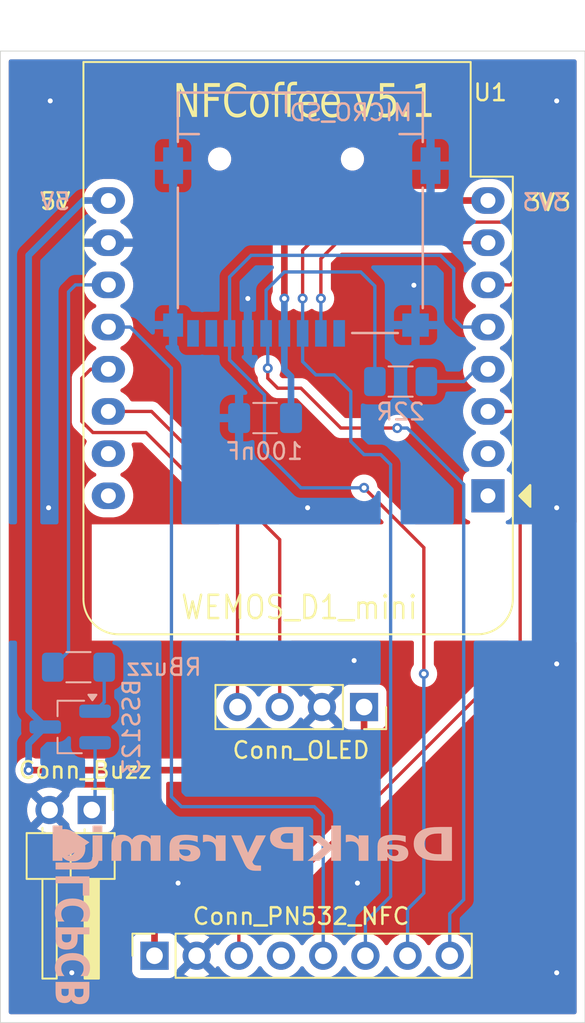
<source format=kicad_pcb>
(kicad_pcb (version 20241229) (generator "pcbnew") (generator_version "9.0")
  (layers (0 "F.Cu" signal) (2 "B.Cu" signal) (13 "F.Paste" user) (15 "B.Paste" user) (5 "F.SilkS" user "F.Silkscreen") (7 "B.SilkS" user "B.Silkscreen") (1 "F.Mask" user) (3 "B.Mask" user) (25 "Edge.Cuts" user))
  (net 0 "")
  (net 1 "GPIO3")
  (net 2 "GPIO2")
  (net 3 "GND")
  (net 4 "GPIO0")
  (net 5 "5V")
  (net 6 "{slash}GPIO1")
  (net 7 "3V3")
  (net 8 "{slash}RST")
  (net 9 "GPIO13")
  (net 10 "GPIO15")
  (net 11 "ADC0")
  (net 12 "GPIO16")
  (net 13 "GPIO14")
  (net 14 "GPIO12")
  (net 15 "GPIO5")
  (net 16 "GPIO4")
  (net 17 "Net-(J1-Pin_1)")
  (net 18 "PN532_IRQ")
  (net 19 "Net-(Q1-G)")
  (net 23 "SCK")
  (footprint "Connector_PinHeader_2.54mm:PinHeader_1x02_P2.54mm_Horizontal" (layer "F.Cu") (at 39 80.2 -90)
    (property "Reference" "J1" (hide yes))
    (property "Value" "Conn_Buzz" (at -2.4 0.4 180) (layer "F.SilkS"))
    (fp_line (start 1.39 3.92) (end 4.15 3.92) (stroke (width 0.12)) (layer "F.SilkS"))
    (fp_line (start 4.15 3.92) (end 4.15 -1.38) (stroke (width 0.12)) (layer "F.SilkS"))
    (fp_line (start 1.077358 2.97) (end 1.39 2.97) (stroke (width 0.12)) (layer "F.SilkS"))
    (fp_line (start 10.15 2.97) (end 4.15 2.97) (stroke (width 0.12)) (layer "F.SilkS"))
    (fp_line (start 1.077358 2.11) (end 1.39 2.11) (stroke (width 0.12)) (layer "F.SilkS"))
    (fp_line (start 4.15 2.11) (end 10.15 2.11) (stroke (width 0.12)) (layer "F.SilkS"))
    (fp_line (start 10.15 2.11) (end 10.15 2.97) (stroke (width 0.12)) (layer "F.SilkS"))
    (fp_line (start 1.39 1.27) (end 4.15 1.27) (stroke (width 0.12)) (layer "F.SilkS"))
    (fp_line (start 1.16 0.43) (end 1.39 0.43) (stroke (width 0.12)) (layer "F.SilkS"))
    (fp_line (start -1.27 0) (end -1.27 -1.27) (stroke (width 0.12)) (layer "F.SilkS"))
    (fp_line (start 1.16 -0.43) (end 1.39 -0.43) (stroke (width 0.12)) (layer "F.SilkS"))
    (fp_line (start -1.27 -1.27) (end 0 -1.27) (stroke (width 0.12)) (layer "F.SilkS"))
    (fp_line (start 1.39 -1.38) (end 1.39 3.92) (stroke (width 0.12)) (layer "F.SilkS"))
    (fp_line (start 4.15 -1.38) (end 1.39 -1.38) (stroke (width 0.12)) (layer "F.SilkS"))
    (fp_rect (start 4.15 -0.43) (end 10.15 0.43) (stroke (width 0.12)) (fill yes) (layer "F.SilkS"))
    (pad "1" thru_hole rect (at 0 0 270) (size 1.7 1.7) (drill 1) (layers "*.Cu" "*.Mask") (net 17 "Net-(J1-Pin_1)"))
    (pad "2" thru_hole circle (at 0 2.54 270) (size 1.7 1.7) (drill 1) (layers "*.Cu" "*.Mask") (net 3 "GND"))
  )
  (footprint "Connector_PinSocket_2.54mm:PinSocket_1x08_P2.54mm_Vertical" (layer "F.Cu") (at 42.78 88.975 90)
    (property "Reference" "J6" (hide yes))
    (property "Value" "Conn_PN532_NFC" (at 2.375 8.82 180) (layer "F.SilkS"))
    (fp_line (start 1.33 -1.33) (end 1.33 0) (stroke (width 0.12)) (layer "F.SilkS"))
    (fp_line (start 0 -1.33) (end 1.33 -1.33) (stroke (width 0.12)) (layer "F.SilkS"))
    (fp_line (start 1.33 1.27) (end 1.33 19.11) (stroke (width 0.12)) (layer "F.SilkS"))
    (fp_line (start -1.33 1.27) (end 1.33 1.27) (stroke (width 0.12)) (layer "F.SilkS"))
    (fp_line (start -1.33 1.27) (end -1.33 19.11) (stroke (width 0.12)) (layer "F.SilkS"))
    (fp_line (start -1.33 19.11) (end 1.33 19.11) (stroke (width 0.12)) (layer "F.SilkS"))
    (pad "1" thru_hole rect (at 0 0 90) (size 1.7 1.7) (drill 1) (layers "*.Cu" "*.Mask") (net 5 "5V"))
    (pad "2" thru_hole circle (at 0 2.54 90) (size 1.7 1.7) (drill 1) (layers "*.Cu" "*.Mask") (net 3 "GND"))
    (pad "3" thru_hole circle (at 0 5.08 90) (size 1.7 1.7) (drill 1) (layers "*.Cu" "*.Mask") (net 12 "GPIO16"))
    (pad "4" thru_hole circle (at 0 7.62 90) (size 1.7 1.7) (drill 1) (layers "*.Cu" "*.Mask") (net 18 "PN532_IRQ"))
    (pad "5" thru_hole circle (at 0 10.16 90) (size 1.7 1.7) (drill 1) (layers "*.Cu" "*.Mask") (net 4 "GPIO0"))
    (pad "6" thru_hole circle (at 0 12.7 90) (size 1.7 1.7) (drill 1) (layers "*.Cu" "*.Mask") (net 9 "GPIO13"))
    (pad "7" thru_hole circle (at 0 15.24 90) (size 1.7 1.7) (drill 1) (layers "*.Cu" "*.Mask") (net 14 "GPIO12"))
    (pad "8" thru_hole circle (at 0 17.78 90) (size 1.7 1.7) (drill 1) (layers "*.Cu" "*.Mask") (net 13 "GPIO14"))
  )
  (footprint "RF_Module:WEMOS_D1_mini_light" (layer "F.Cu") (at 62.86 61.28 180)
    (property "Reference" "U1" (at -0.14 24.28 0) (layer "F.SilkS"))
    (property "Value" "WEMOS_D1_mini" (at 11.36 -6.72 0) (layer "F.SilkS") (effects (font (size 1.4 1.2))))
    (fp_line (start 24.36 26.12) (end 24.36 -6.21) (stroke (width 0.12)) (layer "F.SilkS"))
    (fp_line (start 22.24 -8.34) (end 0.63 -8.34) (stroke (width 0.12)) (layer "F.SilkS"))
    (fp_line (start 1.04 26.12) (end 24.36 26.12) (stroke (width 0.12)) (layer "F.SilkS"))
    (fp_line (start 1.04 19.22) (end 1.04 26.12) (stroke (width 0.12)) (layer "F.SilkS"))
    (fp_line (start -1.5 19.22) (end 1.04 19.22) (stroke (width 0.12)) (layer "F.SilkS"))
    (fp_line (start -1.5 19.22) (end -1.5 -6.21) (stroke (width 0.12)) (layer "F.SilkS"))
    (fp_arc (start 22.23 -8.34) (mid 23.736137 -7.716137) (end 24.36 -6.21) (stroke (width 0.12)) (layer "F.SilkS"))
    (fp_arc (start -1.5 -6.21) (mid -0.876137 -7.716137) (end 0.63 -8.34) (stroke (width 0.12)) (layer "F.SilkS"))
    (fp_poly (pts (xy -2.54 -0.635) (xy -2.54 0.635) (xy -1.905 0)) (stroke (width 0.15)) (fill yes) (layer "F.SilkS"))
    (pad "1" thru_hole rect (at 0 0 180) (size 2 2) (drill 0.9) (layers "*.Cu" "*.Mask") (net 8 "{slash}RST"))
    (pad "2" thru_hole oval (at 0 2.54 180) (size 2 1.6) (drill 0.9) (layers "*.Cu" "*.Mask") (net 11 "ADC0"))
    (pad "3" thru_hole oval (at 0 5.08 180) (size 2 1.6) (drill 0.9) (layers "*.Cu" "*.Mask") (net 12 "GPIO16"))
    (pad "4" thru_hole oval (at 0 7.62 180) (size 2 1.6) (drill 0.9) (layers "*.Cu" "*.Mask") (net 23 "SCK"))
    (pad "5" thru_hole oval (at 0 10.16 180) (size 2 1.6) (drill 0.9) (layers "*.Cu" "*.Mask") (net 14 "GPIO12"))
    (pad "6" thru_hole oval (at 0 12.7 180) (size 2 1.6) (drill 0.9) (layers "*.Cu" "*.Mask") (net 9 "GPIO13"))
    (pad "7" thru_hole oval (at 0 15.24 180) (size 2 1.6) (drill 0.9) (layers "*.Cu" "*.Mask") (net 10 "GPIO15"))
    (pad "8" thru_hole oval (at 0 17.78 180) (size 2 1.6) (drill 0.9) (layers "*.Cu" "*.Mask") (net 7 "3V3"))
    (pad "9" thru_hole oval (at 22.86 17.78 180) (size 2 1.6) (drill 0.9) (layers "*.Cu" "*.Mask") (net 5 "5V"))
    (pad "10" thru_hole oval (at 22.86 15.24 180) (size 2 1.6) (drill 0.9) (layers "*.Cu" "*.Mask") (net 3 "GND"))
    (pad "11" thru_hole oval (at 22.86 12.7 180) (size 2 1.6) (drill 0.9) (layers "*.Cu" "*.Mask") (net 2 "GPIO2"))
    (pad "12" thru_hole oval (at 22.86 10.16 180) (size 2 1.6) (drill 0.9) (layers "*.Cu" "*.Mask") (net 4 "GPIO0"))
    (pad "13" thru_hole oval (at 22.86 7.62 180) (size 2 1.6) (drill 0.9) (layers "*.Cu" "*.Mask") (net 16 "GPIO4"))
    (pad "14" thru_hole oval (at 22.86 5.08 180) (size 2 1.6) (drill 0.9) (layers "*.Cu" "*.Mask") (net 15 "GPIO5"))
    (pad "15" thru_hole oval (at 22.86 2.54 180) (size 2 1.6) (drill 0.9) (layers "*.Cu" "*.Mask") (net 1 "GPIO3"))
    (pad "16" thru_hole oval (at 22.86 0 180) (size 2 1.6) (drill 0.9) (layers "*.Cu" "*.Mask") (net 6 "{slash}GPIO1"))
  )
  (footprint "Connector_PinSocket_2.54mm:PinSocket_1x04_P2.54mm_Vertical" (layer "F.Cu") (at 55.4 74 -90)
    (property "Reference" "J5" (hide yes))
    (property "Value" "Conn_OLED" (at 2.6 3.8 180) (layer "F.SilkS"))
    (fp_line (start -1.33 8.95) (end 1.33 8.95) (stroke (width 0.12)) (layer "F.SilkS"))
    (fp_line (start -1.33 1.27) (end -1.33 8.95) (stroke (width 0.12)) (layer "F.SilkS"))
    (fp_line (start -1.33 1.27) (end 1.33 1.27) (stroke (width 0.12)) (layer "F.SilkS"))
    (fp_line (start 1.33 1.27) (end 1.33 8.95) (stroke (width 0.12)) (layer "F.SilkS"))
    (fp_line (start 0 -1.33) (end 1.33 -1.33) (stroke (width 0.12)) (layer "F.SilkS"))
    (fp_line (start 1.33 -1.33) (end 1.33 0) (stroke (width 0.12)) (layer "F.SilkS"))
    (pad "1" thru_hole rect (at 0 0 270) (size 1.7 1.7) (drill 1) (layers "*.Cu" "*.Mask") (net 5 "5V"))
    (pad "2" thru_hole circle (at 0 2.54 270) (size 1.7 1.7) (drill 1) (layers "*.Cu" "*.Mask") (net 3 "GND"))
    (pad "3" thru_hole circle (at 0 5.08 270) (size 1.7 1.7) (drill 1) (layers "*.Cu" "*.Mask") (net 15 "GPIO5"))
    (pad "4" thru_hole circle (at 0 7.62 270) (size 1.7 1.7) (drill 1) (layers "*.Cu" "*.Mask") (net 16 "GPIO4"))
  )
  (footprint "Resistor_SMD:R_1206_3216Metric_Pad1.30x1.75mm_HandSolder" (layer "B.Cu") (at 38.2 71.6)
    (property "Reference" "RBuzz" (at 5.15 0 0) (layer "B.SilkS") (effects (justify mirror)))
    (property "Value" "R")
    (fp_line (start -0.727064 -0.91) (end 0.727064 -0.91) (stroke (width 0.12)) (layer "B.SilkS"))
    (fp_line (start -0.727064 0.91) (end 0.727064 0.91) (stroke (width 0.12)) (layer "B.SilkS"))
    (pad "1" smd roundrect (at -1.55 0) (size 1.3 1.75) (layers "B.Cu" "B.Mask" "B.Paste") (roundrect_rratio 0.192308) (net 2 "GPIO2"))
    (pad "2" smd roundrect (at 1.55 0) (size 1.3 1.75) (layers "B.Cu" "B.Mask" "B.Paste") (roundrect_rratio 0.192308) (net 19 "Net-(Q1-G)"))
  )
  (footprint "Capacitor_SMD:C_1206_3216Metric_Pad1.33x1.80mm_HandSolder" (layer "B.Cu") (at 49.4375 56.6 180)
    (property "Reference" "C1" (hide yes))
    (property "Value" "100nF" (at 0.0375 -2 0) (layer "B.SilkS") (effects (justify mirror)))
    (fp_line (start -0.711252 0.91) (end 0.711252 0.91) (stroke (width 0.12)) (layer "B.SilkS"))
    (fp_line (start -0.711252 -0.91) (end 0.711252 -0.91) (stroke (width 0.12)) (layer "B.SilkS"))
    (pad "1" smd roundrect (at -1.5625 0 180) (size 1.325 1.8) (layers "B.Cu" "B.Mask" "B.Paste") (roundrect_rratio 0.188679) (net 7 "3V3"))
    (pad "2" smd roundrect (at 1.5625 0 180) (size 1.325 1.8) (layers "B.Cu" "B.Mask" "B.Paste") (roundrect_rratio 0.188679) (net 3 "GND"))
  )
  (footprint "Resistor_SMD:R_1206_3216Metric_Pad1.30x1.75mm_HandSolder" (layer "B.Cu") (at 57.6 54.4 180)
    (property "Reference" "RSCK1" (hide yes))
    (property "Value" "22R" (at 0 -1.82 0) (layer "B.SilkS") (effects (justify mirror)))
    (fp_line (start -0.727064 0.91) (end 0.727064 0.91) (stroke (width 0.12)) (layer "B.SilkS"))
    (fp_line (start -0.727064 -0.91) (end 0.727064 -0.91) (stroke (width 0.12)) (layer "B.SilkS"))
    (pad "1" smd roundrect (at -1.55 0 180) (size 1.3 1.75) (layers "B.Cu" "B.Mask" "B.Paste") (roundrect_rratio 0.192308) (net 23 "SCK"))
    (pad "2" smd roundrect (at 1.55 0 180) (size 1.3 1.75) (layers "B.Cu" "B.Mask" "B.Paste") (roundrect_rratio 0.192308) (net 13 "GPIO14"))
  )
  (footprint "Package_TO_SOT_SMD:SOT-23_Handsoldering" (layer "B.Cu") (at 37.7 75.2 180)
    (property "Reference" "Q1" (hide yes))
    (property "Value" "BSS123" (at -3.7 0 90) (layer "B.SilkS") (effects (justify mirror)))
    (fp_line (start 0.76 1.58) (end 0.76 0.65) (stroke (width 0.12)) (layer "B.SilkS"))
    (fp_line (start 0.76 -1.58) (end 0.76 -0.65) (stroke (width 0.12)) (layer "B.SilkS"))
    (fp_line (start 0.76 -1.58) (end -0.7 -1.58) (stroke (width 0.12)) (layer "B.SilkS"))
    (fp_line (start -0.04 1.58) (end 0.76 1.58) (stroke (width 0.12)) (layer "B.SilkS"))
    (fp_line (start -0.04 1.58) (end -0.84 1.58) (stroke (width 0.12)) (layer "B.SilkS"))
    (fp_poly (pts (xy -1.34 1.61) (xy -1.58 1.94) (xy -1.1 1.94) (xy -1.34 1.61)) (stroke (width 0.12)) (fill yes) (layer "B.SilkS"))
    (pad "1" smd roundrect (at -1.5 0.95 180) (size 1.9 0.8) (layers "B.Cu" "B.Mask" "B.Paste") (net 19 "Net-(Q1-G)"))
    (pad "2" smd roundrect (at -1.5 -0.95 180) (size 1.9 0.8) (layers "B.Cu" "B.Mask" "B.Paste") (net 17 "Net-(J1-Pin_1)"))
    (pad "3" smd roundrect (at 1.5 0 180) (size 1.9 0.8) (layers "B.Cu" "B.Mask" "B.Paste") (net 5 "5V"))
  )
  (footprint "olimex:J_SD_Card-micro_socket_A" (layer "B.Cu") (at 50.684968 44.478145 180)
    (property "Reference" "MICRO_SD" (at -3.915032 6.278145 0) (layer "B.SilkS") (effects (justify mirror)))
    (property "Value" "MICRO_SD(TFC-9P-1.xH(ATFFS150A01BR016))" (hide yes))
    (fp_line (start 6.5 7.478145) (end 6.5 4.978145) (stroke (width 0.15)) (layer "B.SilkS"))
    (fp_line (start 6.5 7.478145) (end 5.484968 7.478145) (stroke (width 0.15)) (layer "B.SilkS"))
    (fp_line (start 6.5 4.989073) (end 6.5 4.510928) (stroke (width 0.15)) (layer "B.SilkS"))
    (fp_line (start 6.5 1.75) (end 6.5 -5.5) (stroke (width 0.15)) (layer "B.SilkS"))
    (fp_line (start 5.484968 7.478145) (end -0.015032 7.478145) (stroke (width 0.15)) (layer "B.SilkS"))
    (fp_line (start 5.234968 4.978145) (end 6.5 4.978145) (stroke (width 0.15)) (layer "B.SilkS"))
    (fp_line (start -0.015032 7.478145) (end -5.515032 7.478145) (stroke (width 0.15)) (layer "B.SilkS"))
    (fp_line (start -0.015032 6.278145) (end -0.015032 7.478145) (stroke (width 0.15)) (layer "B.SilkS"))
    (fp_line (start -5.45 7.478145) (end -8.25 7.478145) (stroke (width 0.15)) (layer "B.SilkS"))
    (fp_line (start -6.75 -7) (end -4 -7) (stroke (width 0.15)) (layer "B.SilkS"))
    (fp_line (start -6.85 4.978145) (end -8.25 4.978145) (stroke (width 0.15)) (layer "B.SilkS"))
    (fp_line (start -8.25 7.478145) (end -8.25 4.978145) (stroke (width 0.15)) (layer "B.SilkS"))
    (fp_line (start -8.25 4.978145) (end -8.25 4.5) (stroke (width 0.15)) (layer "B.SilkS"))
    (fp_line (start -8.25 1.75) (end -8.25 -5.5) (stroke (width 0.15)) (layer "B.SilkS"))
    (pad "" np_thru_hole circle (at -4.015032 3.478145 180) (size 0.9 0.9) (drill 0.9) (layers "*.Cu" "*.Mask"))
    (pad "" np_thru_hole circle (at 3.984968 3.478145 180) (size 0.9 0.9) (drill 0.9) (layers "*.Cu" "*.Mask"))
    (pad "1" smd rect (at -3.215032 -7.021855 180) (size 0.7 1.6) (layers "B.Cu" "B.Mask" "B.Paste"))
    (pad "2" smd rect (at -2.115032 -7.021855 180) (size 0.7 1.6) (layers "B.Cu" "B.Mask" "B.Paste") (net 10 "GPIO15"))
    (pad "3" smd rect (at -1.015032 -7.021855 180) (size 0.7 1.6) (layers "B.Cu" "B.Mask" "B.Paste") (net 9 "GPIO13"))
    (pad "4" smd rect (at 0.084968 -7.021855 180) (size 0.7 1.6) (layers "B.Cu" "B.Mask" "B.Paste") (net 7 "3V3"))
    (pad "5" smd rect (at 1.184968 -7.021855 180) (size 0.7 1.6) (layers "B.Cu" "B.Mask" "B.Paste") (net 13 "GPIO14"))
    (pad "6" smd rect (at 2.284968 -7.021855 180) (size 0.7 1.6) (layers "B.Cu" "B.Mask" "B.Paste") (net 3 "GND"))
    (pad "7" smd rect (at 3.384968 -7.021855 180) (size 0.7 1.6) (layers "B.Cu" "B.Mask" "B.Paste") (net 14 "GPIO12"))
    (pad "8" smd rect (at 4.484968 -7.021855 180) (size 0.7 1.6) (layers "B.Cu" "B.Mask" "B.Paste"))
    (pad "9" smd rect (at 5.584968 -7.021855 180) (size 0.7 1.6) (layers "B.Cu" "B.Mask" "B.Paste"))
    (pad "SH" smd rect (at -8.715032 3.078145 180) (size 1.2 2.2) (layers "B.Cu" "B.Mask" "B.Paste") (net 3 "GND"))
    (pad "SH" smd rect (at -7.815032 -6.521855 180) (size 1.6 1.4) (layers "B.Cu" "B.Mask" "B.Paste") (net 3 "GND"))
    (pad "SH" smd rect (at 6.784968 -6.521855 180) (size 1.2 1.4) (layers "B.Cu" "B.Mask" "B.Paste") (net 3 "GND"))
    (pad "SH" smd rect (at 6.784968 3.078145 180) (size 1.2 2.2) (layers "B.Cu" "B.Mask" "B.Paste") (net 3 "GND"))
  )
  (gr_rect (start 33.5 34.5) (end 68.7 93) (stroke (width 0.05)) (fill no) (layer "Edge.Cuts"))
  (gr_text "NFCoffee v5.1" (at 43.88439 38.806742 0) (layer "F.SilkS") (effects (font (size 2 1.6) (thickness 0.1)) (justify left bottom)))
  (gr_text "5V" (at 35.8 44.134205 0) (layer "F.SilkS") (effects (font (size 1 1)) (justify left bottom)))
  (gr_text "3V3" (at 65 44.2 0) (layer "F.SilkS") (effects (font (size 1 1)) (justify left bottom)))
  (gr_text "5V" (at 37.8 44.14285 0) (layer "B.SilkS") (effects (font (size 1 1)) (justify left bottom mirror)))
  (gr_text "♥JLCPCB" (at 39.2 86.6 90) (layer "B.SilkS") (effects (font (size 2 1.6) (thickness 0.2) (bold yes)) (justify bottom mirror)))
  (gr_text "3V3" (at 67.8 44.193256 0) (layer "B.SilkS") (effects (font (size 1 1)) (justify left bottom mirror)))
  (gr_text "DarkPyramid" (at 61 83.6 0) (layer "B.SilkS") (effects (font (size 2 2.4) (thickness 0.4) (bold yes)) (justify left bottom mirror)))
  (segment (start 37.6 70.65) (end 36.65 71.6) (width 0.2) (layer "B.Cu") (net 2))
  (segment (start 40 48.58) (end 38.02 48.58) (width 0.2) (layer "B.Cu") (net 2))
  (segment (start 37.6 49) (end 37.6 70.65) (width 0.2) (layer "B.Cu") (net 2))
  (segment (start 38.02 48.58) (end 37.6 49) (width 0.2) (layer "B.Cu") (net 2))
  (via (at 67 90) (size 0.6) (drill 0.3) (layers "F.Cu" "B.Cu") (net 3))
  (via (at 67 71.4) (size 0.6) (drill 0.3) (layers "F.Cu" "B.Cu") (net 3))
  (via (at 48.4 49.4) (size 0.6) (drill 0.3) (layers "F.Cu" "B.Cu") (net 3))
  (via (at 54.8 71.2) (size 0.6) (drill 0.3) (layers "F.Cu" "B.Cu") (net 3))
  (via (at 52 62) (size 0.6) (drill 0.3) (layers "F.Cu" "B.Cu") (net 3))
  (via (at 67 37.5) (size 0.6) (drill 0.3) (layers "F.Cu" "B.Cu") (net 3))
  (via (at 67 62) (size 0.6) (drill 0.3) (layers "F.Cu" "B.Cu") (net 3))
  (via (at 36.4 62) (size 0.6) (drill 0.3) (layers "F.Cu" "B.Cu") (net 3))
  (via (at 36.5 37.5) (size 0.6) (drill 0.3) (layers "F.Cu" "B.Cu") (net 3))
  (via (at 44.2 84.6) (size 0.6) (drill 0.3) (layers "F.Cu" "B.Cu") (net 3))
  (via (at 55 84.6) (size 0.6) (drill 0.3) (layers "F.Cu" "B.Cu") (net 3))
  (via (at 37.8 90) (size 0.6) (drill 0.3) (layers "F.Cu" "B.Cu") (net 3))
  (via (at 58.4 48.6) (size 0.6) (drill 0.3) (layers "F.Cu" "B.Cu") (net 3))
  (segment (start 52.4 80) (end 52.94 80.54) (width 0.2) (layer "B.Cu") (net 4))
  (segment (start 43.8 79.4) (end 44.4 80) (width 0.2) (layer "B.Cu") (net 4))
  (segment (start 41.32 51.12) (end 43.8 53.6) (width 0.2) (layer "B.Cu") (net 4))
  (segment (start 44.4 80) (end 52.4 80) (width 0.2) (layer "B.Cu") (net 4))
  (segment (start 52.94 80.54) (end 52.94 88.975) (width 0.2) (layer "B.Cu") (net 4))
  (segment (start 43.8 53.6) (end 43.8 79.4) (width 0.2) (layer "B.Cu") (net 4))
  (segment (start 40 51.12) (end 41.32 51.12) (width 0.2) (layer "B.Cu") (net 4))
  (segment (start 35.2 77.8) (end 42.4 77.8) (width 0.4) (layer "F.Cu") (net 5))
  (segment (start 42.4 77.8) (end 42.78 78.18) (width 0.4) (layer "F.Cu") (net 5))
  (segment (start 42.4 77.8) (end 54 77.8) (width 0.4) (layer "F.Cu") (net 5))
  (segment (start 55.4 76.4) (end 55.4 74) (width 0.4) (layer "F.Cu") (net 5))
  (segment (start 54 77.8) (end 55.4 76.4) (width 0.4) (layer "F.Cu") (net 5))
  (segment (start 42.78 78.18) (end 42.78 88.975) (width 0.4) (layer "F.Cu") (net 5))
  (segment (start 43 88.755) (end 42.78 88.975) (width 0.4) (layer "F.Cu") (net 5))
  (via (at 35.2 77.8) (size 0.6) (drill 0.3) (layers "F.Cu" "B.Cu") (net 5))
  (segment (start 38.5 43.5) (end 35.2 46.8) (width 0.4) (layer "B.Cu") (net 5))
  (segment (start 36.2 75.2) (end 35.2 76.2) (width 0.4) (layer "B.Cu") (net 5))
  (segment (start 35.2 74.2) (end 36.2 75.2) (width 0.4) (layer "B.Cu") (net 5))
  (segment (start 35.2 76.2) (end 35.2 77.8) (width 0.4) (layer "B.Cu") (net 5))
  (segment (start 35.2 46.8) (end 35.2 74.2) (width 0.4) (layer "B.Cu") (net 5))
  (segment (start 40 43.5) (end 38.5 43.5) (width 0.4) (layer "B.Cu") (net 5))
  (segment (start 50.8 45.8) (end 50.6 46) (width 0.4) (layer "F.Cu") (net 7))
  (segment (start 50.6 46) (end 50.6 49.4) (width 0.4) (layer "F.Cu") (net 7))
  (segment (start 53.1 43.5) (end 50.8 45.8) (width 0.4) (layer "F.Cu") (net 7))
  (segment (start 62.86 43.5) (end 53.1 43.5) (width 0.4) (layer "F.Cu") (net 7))
  (via (at 50.6 49.4) (size 0.6) (drill 0.3) (layers "F.Cu" "B.Cu") (net 7))
  (segment (start 51.325 57) (end 51 56.675) (width 0.4) (layer "B.Cu") (net 7))
  (segment (start 51 54.1) (end 50.6 53.7) (width 0.4) (layer "B.Cu") (net 7))
  (segment (start 50.6 53.7) (end 50.6 51.5) (width 0.4) (layer "B.Cu") (net 7))
  (segment (start 50.6 49.4) (end 50.6 51.5) (width 0.4) (layer "B.Cu") (net 7))
  (segment (start 51 56.675) (end 51 54.1) (width 0.4) (layer "B.Cu") (net 7))
  (segment (start 64.2 44.8) (end 64.8 45.4) (width 0.2) (layer "F.Cu") (net 9))
  (segment (start 64.8 48) (end 64.22 48.58) (width 0.2) (layer "F.Cu") (net 9))
  (segment (start 53.4 44.8) (end 64.2 44.8) (width 0.2) (layer "F.Cu") (net 9))
  (segment (start 51.7 49.4) (end 51.7 46.5) (width 0.2) (layer "F.Cu") (net 9))
  (segment (start 51.7 46.5) (end 53.4 44.8) (width 0.2) (layer "F.Cu") (net 9))
  (segment (start 64.8 45.4) (end 64.8 48) (width 0.2) (layer "F.Cu") (net 9))
  (segment (start 64.22 48.58) (end 62.86 48.58) (width 0.2) (layer "F.Cu") (net 9))
  (via (at 51.7 49.4) (size 0.6) (drill 0.3) (layers "F.Cu" "B.Cu") (net 9))
  (segment (start 54.6 58) (end 55.4 58.8) (width 0.2) (layer "B.Cu") (net 9))
  (segment (start 56.4 58.8) (end 57 59.4) (width 0.2) (layer "B.Cu") (net 9))
  (segment (start 57 85.4) (end 55.48 86.92) (width 0.2) (layer "B.Cu") (net 9))
  (segment (start 53.6 54) (end 54.6 55) (width 0.2) (layer "B.Cu") (net 9))
  (segment (start 55.4 58.8) (end 56.4 58.8) (width 0.2) (layer "B.Cu") (net 9))
  (segment (start 51.7 49.4) (end 51.7 51.5) (width 0.2) (layer "B.Cu") (net 9))
  (segment (start 57 59.4) (end 57 85.4) (width 0.2) (layer "B.Cu") (net 9))
  (segment (start 51.7 53.2) (end 52.5 54) (width 0.2) (layer "B.Cu") (net 9))
  (segment (start 54.6 55) (end 54.6 58) (width 0.2) (layer "B.Cu") (net 9))
  (segment (start 52.5 54) (end 53.6 54) (width 0.2) (layer "B.Cu") (net 9))
  (segment (start 51.7 51.5) (end 51.7 53.2) (width 0.2) (layer "B.Cu") (net 9))
  (segment (start 55.48 86.92) (end 55.48 88.975) (width 0.2) (layer "B.Cu") (net 9))
  (segment (start 52.8 47) (end 53.76 46.04) (width 0.2) (layer "F.Cu") (net 10))
  (segment (start 52.8 49.4) (end 52.8 47) (width 0.2) (layer "F.Cu") (net 10))
  (segment (start 53.76 46.04) (end 62.86 46.04) (width 0.2) (layer "F.Cu") (net 10))
  (via (at 52.8 49.4) (size 0.6) (drill 0.3) (layers "F.Cu" "B.Cu") (net 10))
  (segment (start 52.8 49.4) (end 52.8 51.5) (width 0.2) (layer "B.Cu") (net 10))
  (segment (start 51 84.6) (end 64.8 70.8) (width 0.2) (layer "F.Cu") (net 12))
  (segment (start 49 84.6) (end 51 84.6) (width 0.2) (layer "F.Cu") (net 12))
  (segment (start 64.8 56.6) (end 64.4 56.2) (width 0.2) (layer "F.Cu") (net 12))
  (segment (start 47.86 85.74) (end 49 84.6) (width 0.2) (layer "F.Cu") (net 12))
  (segment (start 64.8 70.8) (end 64.8 56.6) (width 0.2) (layer "F.Cu") (net 12))
  (segment (start 64.4 56.2) (end 62.86 56.2) (width 0.2) (layer "F.Cu") (net 12))
  (segment (start 47.86 88.975) (end 47.86 85.74) (width 0.2) (layer "F.Cu") (net 12))
  (segment (start 54 57.2) (end 51.6 54.8) (width 0.2) (layer "F.Cu") (net 13))
  (segment (start 49.6 54.2) (end 49.6 53.6) (width 0.2) (layer "F.Cu") (net 13))
  (segment (start 50.2 54.8) (end 49.6 54.2) (width 0.2) (layer "F.Cu") (net 13))
  (segment (start 57.4 57.2) (end 54 57.2) (width 0.2) (layer "F.Cu") (net 13))
  (segment (start 51.6 54.8) (end 50.2 54.8) (width 0.2) (layer "F.Cu") (net 13))
  (segment (start 60.56 88.975) (end 61 88.535) (width 0.2) (layer "F.Cu") (net 13))
  (via (at 57.4 57.2) (size 0.6) (drill 0.3) (layers "F.Cu" "B.Cu") (net 13))
  (via (at 49.6 53.6) (size 0.6) (drill 0.3) (layers "F.Cu" "B.Cu") (net 13))
  (segment (start 49.6 51.6) (end 49.5 51.5) (width 0.2) (layer "B.Cu") (net 13))
  (segment (start 56.05 48.65) (end 56.05 54.4) (width 0.2) (layer "B.Cu") (net 13))
  (segment (start 58 57.2) (end 61.4 60.6) (width 0.2) (layer "B.Cu") (net 13))
  (segment (start 49.6 53.6) (end 49.6 51.6) (width 0.2) (layer "B.Cu") (net 13))
  (segment (start 61 88.535) (end 60.56 88.975) (width 0.2) (layer "B.Cu") (net 13))
  (segment (start 60.56 86.44) (end 60.56 88.975) (width 0.2) (layer "B.Cu") (net 13))
  (segment (start 50.6 47.8) (end 55.2 47.8) (width 0.2) (layer "B.Cu") (net 13))
  (segment (start 55.2 47.8) (end 56.05 48.65) (width 0.2) (layer "B.Cu") (net 13))
  (segment (start 61.4 85.6) (end 60.56 86.44) (width 0.2) (layer "B.Cu") (net 13))
  (segment (start 49.5 48.9) (end 50.6 47.8) (width 0.2) (layer "B.Cu") (net 13))
  (segment (start 61.4 60.6) (end 61.4 85.6) (width 0.2) (layer "B.Cu") (net 13))
  (segment (start 49.5 51.5) (end 49.5 48.9) (width 0.2) (layer "B.Cu") (net 13))
  (segment (start 57.4 57.2) (end 58 57.2) (width 0.2) (layer "B.Cu") (net 13))
  (segment (start 59 64.4) (end 59 72) (width 0.2) (layer "F.Cu") (net 14))
  (segment (start 55.4 60.8) (end 59 64.4) (width 0.2) (layer "F.Cu") (net 14))
  (via (at 59 72) (size 0.6) (drill 0.3) (layers "F.Cu" "B.Cu") (net 14))
  (via (at 55.4 60.8) (size 0.6) (drill 0.3) (layers "F.Cu" "B.Cu") (net 14))
  (segment (start 59 72) (end 59 85.2) (width 0.2) (layer "B.Cu") (net 14))
  (segment (start 58.02 86.22) (end 58.02 88.975) (width 0.2) (layer "B.Cu") (net 14))
  (segment (start 47.3 48.1) (end 48.6 46.8) (width 0.2) (layer "B.Cu") (net 14))
  (segment (start 49.4 55.2) (end 49.4 58.6) (width 0.2) (layer "B.Cu") (net 14))
  (segment (start 47.3 51.5) (end 47.3 48.1) (width 0.2) (layer "B.Cu") (net 14))
  (segment (start 49.4 58.6) (end 51.6 60.8) (width 0.2) (layer "B.Cu") (net 14))
  (segment (start 51.6 60.8) (end 55.4 60.8) (width 0.2) (layer "B.Cu") (net 14))
  (segment (start 47.3 51.5) (end 47.3 53.1) (width 0.2) (layer "B.Cu") (net 14))
  (segment (start 47.3 53.1) (end 49.4 55.2) (width 0.2) (layer "B.Cu") (net 14))
  (segment (start 61.32 51.12) (end 62.86 51.12) (width 0.2) (layer "B.Cu") (net 14))
  (segment (start 60.8 50.6) (end 61.32 51.12) (width 0.2) (layer "B.Cu") (net 14))
  (segment (start 60 46.8) (end 60.8 47.6) (width 0.2) (layer "B.Cu") (net 14))
  (segment (start 59 85.2) (end 58 86.2) (width 0.2) (layer "B.Cu") (net 14))
  (segment (start 60.8 47.6) (end 60.8 50.6) (width 0.2) (layer "B.Cu") (net 14))
  (segment (start 48.6 46.8) (end 60 46.8) (width 0.2) (layer "B.Cu") (net 14))
  (segment (start 47.4 51.6) (end 47.3 51.5) (width 0.2) (layer "B.Cu") (net 14))
  (segment (start 58 86.2) (end 58.02 86.22) (width 0.2) (layer "B.Cu") (net 14))
  (segment (start 42.6 56.2) (end 50.32 63.92) (width 0.2) (layer "F.Cu") (net 15))
  (segment (start 40 56.2) (end 42.6 56.2) (width 0.2) (layer "F.Cu") (net 15))
  (segment (start 50.32 63.92) (end 50.32 74) (width 0.2) (layer "F.Cu") (net 15))
  (segment (start 38.94 53.66) (end 38.4 54.2) (width 0.2) (layer "F.Cu") (net 16))
  (segment (start 40 53.66) (end 38.94 53.66) (width 0.2) (layer "F.Cu") (net 16))
  (segment (start 42.271953 57.471953) (end 47.78 62.98) (width 0.2) (layer "F.Cu") (net 16))
  (segment (start 38.4 56.8) (end 39.071953 57.471953) (width 0.2) (layer "F.Cu") (net 16))
  (segment (start 39.071953 57.471953) (end 42.271953 57.471953) (width 0.2) (layer "F.Cu") (net 16))
  (segment (start 38.4 54.2) (end 38.4 56.8) (width 0.2) (layer "F.Cu") (net 16))
  (segment (start 47.78 62.98) (end 47.78 74) (width 0.2) (layer "F.Cu") (net 16))
  (segment (start 39.2 76.15) (end 39.2 80) (width 0.2) (layer "B.Cu") (net 17))
  (segment (start 39.2 80) (end 39 80.2) (width 0.2) (layer "B.Cu") (net 17))
  (segment (start 39.75 73.7) (end 39.2 74.25) (width 0.2) (layer "B.Cu") (net 19))
  (segment (start 39.75 71.6) (end 39.75 73.7) (width 0.2) (layer "B.Cu") (net 19))
  (segment (start 62.54 53.66) (end 62.86 53.66) (width 0.2) (layer "F.Cu") (net 23))
  (segment (start 62.86 53.66) (end 62.14 53.66) (width 0.2) (layer "B.Cu") (net 23))
  (segment (start 62.14 53.66) (end 61.4 54.4) (width 0.2) (layer "B.Cu") (net 23))
  (segment (start 61.4 54.4) (end 59.15 54.4) (width 0.2) (layer "B.Cu") (net 23))
  (zone (net 3) (net_name "GND") (layer "F.Cu") (connect_pads (clearance 0.5)) (min_thickness 0.25) (fill yes (thermal_gap 0.5) (thermal_bridge_width 0.5))
    (polygon (pts (xy 34 35) (xy 34 92.5) (xy 68.2 92.5) (xy 68.2 70) (xy 39 70) (xy 39 63) (xy 68.2 63) (xy 68.2 35)))
  )
  (zone (net 3) (net_name "GND") (layer "B.Cu") (priority 1) (connect_pads (clearance 0.5)) (min_thickness 0.25) (fill yes (thermal_gap 0.5) (thermal_bridge_width 0.5))
    (polygon (pts (xy 68.2 35) (xy 68.2 92.5) (xy 34 92.5) (xy 34 70) (xy 65.5 70) (xy 65.5 63) (xy 34 63) (xy 34 35)))
  )
)
</source>
